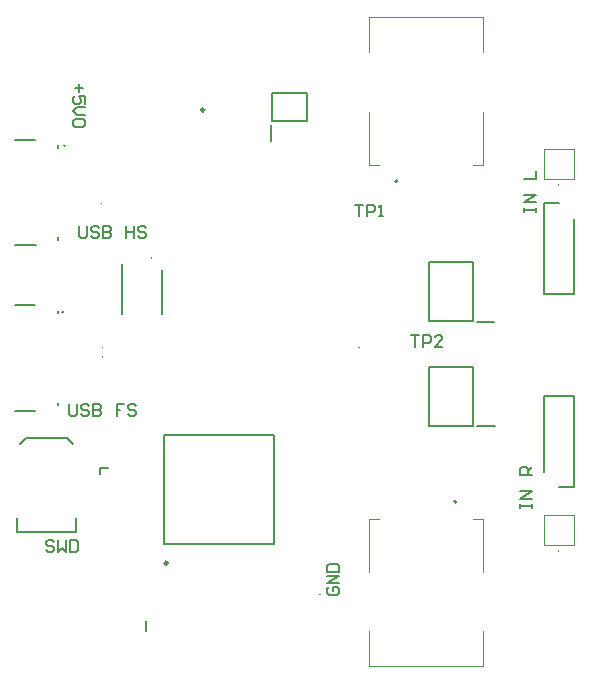
<source format=gbr>
%TF.GenerationSoftware,Altium Limited,Altium Designer,24.2.2 (26)*%
G04 Layer_Color=65535*
%FSLAX45Y45*%
%MOMM*%
%TF.SameCoordinates,9421A899-AC1A-4384-8821-8213F9677E77*%
%TF.FilePolarity,Positive*%
%TF.FileFunction,Legend,Top*%
%TF.Part,Single*%
G01*
G75*
%TA.AperFunction,NonConductor*%
%ADD65C,0.20000*%
%ADD66C,0.10000*%
%ADD67C,0.25000*%
%ADD68C,0.17500*%
%ADD69C,0.15300*%
D65*
X8489430Y6227147D02*
G03*
X8489430Y6227147I-5000J0D01*
G01*
X9625000Y7012500D02*
G03*
X9645000Y7012500I10000J0D01*
G01*
D02*
G03*
X9625000Y7012500I-10000J0D01*
G01*
X9127500Y9725000D02*
G03*
X9147500Y9725000I10000J0D01*
G01*
D02*
G03*
X9127500Y9725000I-10000J0D01*
G01*
X6330000Y10027500D02*
G03*
X6320000Y10027500I-5000J0D01*
G01*
D02*
G03*
X6330000Y10027500I5000J0D01*
G01*
D02*
G03*
X6320000Y10027500I-5000J0D01*
G01*
X6317500Y8615000D02*
G03*
X6307500Y8615000I-5000J0D01*
G01*
D02*
G03*
X6317500Y8615000I5000J0D01*
G01*
D02*
G03*
X6307500Y8615000I-5000J0D01*
G01*
X10511400Y6595479D02*
G03*
X10511400Y6595479I-5000J0D01*
G01*
Y9694500D02*
G03*
X10511400Y9694500I-5000J0D01*
G01*
X7063687Y9078439D02*
G03*
X7063687Y9078439I-3400J0D01*
G01*
X6817500Y8597500D02*
Y8673625D01*
X7155000Y8597500D02*
Y8977500D01*
X7172160Y6650600D02*
X8102161D01*
Y7580600D01*
X7172160D02*
X8102161D01*
X7172160Y6650600D02*
Y7580600D01*
X7017682Y5921079D02*
Y6000364D01*
X6269737Y10029454D02*
X6270237Y10009454D01*
X5909737Y10076455D02*
X6079937D01*
X5909737Y9182454D02*
X6082437D01*
X6270237Y9229454D02*
Y9249454D01*
X6270200Y7826954D02*
Y7846954D01*
X5909700Y7779954D02*
X6074900D01*
X5909700Y8673954D02*
X6077400D01*
X6269700Y8626954D02*
X6270200Y8606954D01*
X8078230Y10063064D02*
Y10203064D01*
X8083230Y10238064D02*
X8383230D01*
Y10468064D01*
X8083230D02*
X8383230D01*
X8083230Y10238064D02*
Y10468064D01*
X9415464Y7654523D02*
X9785463D01*
X9415464D02*
Y8154523D01*
X9785463D01*
Y7654523D02*
Y8154523D01*
X9820463Y7652024D02*
X9967963D01*
X10384400Y7265459D02*
Y7905459D01*
X10638400D01*
Y7133459D02*
Y7905459D01*
X10511400Y7133459D02*
X10638400D01*
X9413753Y8539523D02*
X9783753D01*
X9413753D02*
Y9039523D01*
X9783753D01*
Y8539523D02*
Y9039523D01*
X9818753Y8537024D02*
X9966253D01*
X10638399Y8767041D02*
Y9407041D01*
X10384399Y8767041D02*
X10638399D01*
X10384399D02*
Y9539041D01*
X10511399D01*
X6627394Y7245000D02*
Y7296043D01*
X6694802D01*
X6817500Y8673625D02*
Y9027500D01*
D66*
X8823970Y8314727D02*
G03*
X8813970Y8314727I-5000J0D01*
G01*
D02*
G03*
X8823970Y8314727I5000J0D01*
G01*
X6642500Y9615000D02*
G03*
X6642500Y9625000I0J5000D01*
G01*
D02*
G03*
X6642500Y9615000I0J-5000D01*
G01*
X6636328Y9546949D02*
G03*
X6636328Y9536949I0J-5000D01*
G01*
D02*
G03*
X6636328Y9546949I0J5000D01*
G01*
X6644972Y8317499D02*
G03*
X6644972Y8307500I0J-5000D01*
G01*
D02*
G03*
X6644972Y8317499I0J5000D01*
G01*
X6646328Y8232499D02*
G03*
X6646328Y8242499I0J5000D01*
G01*
D02*
G03*
X6646328Y8232499I0J-5000D01*
G01*
X8903100Y6419667D02*
Y6869667D01*
X8988100D01*
X9788100D02*
X9873100D01*
Y6419667D02*
Y6869667D01*
X8903100Y5619667D02*
Y5919667D01*
Y5619667D02*
X9873100D01*
Y5919667D01*
X9873064Y9865333D02*
Y10315333D01*
X9788064Y9865333D02*
X9873064D01*
X8903064D02*
X8988064D01*
X8903064D02*
Y10315333D01*
X9873064Y10815333D02*
Y11115333D01*
X8903064D02*
X9873064D01*
X8903064Y10815333D02*
Y11115333D01*
X10384400Y6897479D02*
X10638400D01*
Y6643479D02*
Y6897479D01*
X10384400Y6643479D02*
X10638400D01*
X10384400D02*
Y6897479D01*
Y9996500D02*
X10638400D01*
Y9742500D02*
Y9996500D01*
X10384400Y9742500D02*
X10638400D01*
X10384400D02*
Y9996500D01*
D67*
X7199660Y6493100D02*
G03*
X7199660Y6493100I-12500J0D01*
G01*
X7510000Y10330000D02*
G03*
X7510000Y10330000I-12500J0D01*
G01*
D68*
X5922854Y6751325D02*
Y6876325D01*
X6422854Y6751325D02*
Y6876325D01*
X5922854Y6751325D02*
X6422854D01*
X5947854Y7501325D02*
X5997854Y7551326D01*
X6347854D01*
X6397854Y7501325D01*
D69*
X8563893Y6286945D02*
X8547232Y6270284D01*
Y6236961D01*
X8563893Y6220300D01*
X8630538D01*
X8647200Y6236961D01*
Y6270284D01*
X8630538Y6286945D01*
X8597216D01*
Y6253622D01*
X8647200Y6320268D02*
X8547232D01*
X8647200Y6386913D01*
X8547232D01*
Y6420235D02*
X8647200D01*
Y6470219D01*
X8630538Y6486880D01*
X8563893D01*
X8547232Y6470219D01*
Y6420235D01*
X6239445Y6668606D02*
X6222784Y6685268D01*
X6189461D01*
X6172800Y6668606D01*
Y6651945D01*
X6189461Y6635284D01*
X6222784D01*
X6239445Y6618623D01*
Y6601961D01*
X6222784Y6585300D01*
X6189461D01*
X6172800Y6601961D01*
X6272768Y6685268D02*
Y6585300D01*
X6306090Y6618623D01*
X6339413Y6585300D01*
Y6685268D01*
X6372736D02*
Y6585300D01*
X6422719D01*
X6439381Y6601961D01*
Y6668606D01*
X6422719Y6685268D01*
X6372736D01*
X10187232Y6955300D02*
Y6988623D01*
Y6971962D01*
X10287200D01*
Y6955300D01*
Y6988623D01*
Y7038607D02*
X10187232D01*
X10287200Y7105252D01*
X10187232D01*
X10287200Y7238542D02*
X10187232D01*
Y7288526D01*
X10203893Y7305187D01*
X10237216D01*
X10253877Y7288526D01*
Y7238542D01*
Y7271865D02*
X10287200Y7305187D01*
X10217232Y9462800D02*
Y9496122D01*
Y9479461D01*
X10317200D01*
Y9462800D01*
Y9496122D01*
Y9546106D02*
X10217232D01*
X10317200Y9612751D01*
X10217232D01*
Y9746042D02*
X10317200D01*
Y9812687D01*
X9260300Y8425268D02*
X9326945D01*
X9293623D01*
Y8325300D01*
X9360268D02*
Y8425268D01*
X9410252D01*
X9426913Y8408606D01*
Y8375284D01*
X9410252Y8358622D01*
X9360268D01*
X9526881Y8325300D02*
X9460236D01*
X9526881Y8391945D01*
Y8408606D01*
X9510219Y8425268D01*
X9476897D01*
X9460236Y8408606D01*
X8787800Y9527768D02*
X8854445D01*
X8821123D01*
Y9427800D01*
X8887768D02*
Y9527768D01*
X8937752D01*
X8954413Y9511106D01*
Y9477784D01*
X8937752Y9461123D01*
X8887768D01*
X8987736Y9427800D02*
X9021058D01*
X9004397D01*
Y9527768D01*
X8987736Y9511106D01*
X6452784Y10549700D02*
Y10483055D01*
X6486106Y10516377D02*
X6419461D01*
X6502768Y10383087D02*
Y10449732D01*
X6452784D01*
X6469445Y10416410D01*
Y10399748D01*
X6452784Y10383087D01*
X6419461D01*
X6402800Y10399748D01*
Y10433071D01*
X6419461Y10449732D01*
X6502768Y10349764D02*
X6436123D01*
X6402800Y10316442D01*
X6436123Y10283119D01*
X6502768D01*
X6486106Y10249797D02*
X6502768Y10233135D01*
Y10199813D01*
X6486106Y10183152D01*
X6419461D01*
X6402800Y10199813D01*
Y10233135D01*
X6419461Y10249797D01*
X6486106D01*
X6367800Y7837768D02*
Y7754461D01*
X6384461Y7737800D01*
X6417784D01*
X6434445Y7754461D01*
Y7837768D01*
X6534413Y7821106D02*
X6517752Y7837768D01*
X6484429D01*
X6467768Y7821106D01*
Y7804445D01*
X6484429Y7787784D01*
X6517752D01*
X6534413Y7771122D01*
Y7754461D01*
X6517752Y7737800D01*
X6484429D01*
X6467768Y7754461D01*
X6567736Y7837768D02*
Y7737800D01*
X6617720D01*
X6634381Y7754461D01*
Y7771122D01*
X6617720Y7787784D01*
X6567736D01*
X6617720D01*
X6634381Y7804445D01*
Y7821106D01*
X6617720Y7837768D01*
X6567736D01*
X6834316D02*
X6767671D01*
Y7787784D01*
X6800994D01*
X6767671D01*
Y7737800D01*
X6934284Y7821106D02*
X6917623Y7837768D01*
X6884300D01*
X6867639Y7821106D01*
Y7804445D01*
X6884300Y7787784D01*
X6917623D01*
X6934284Y7771122D01*
Y7754461D01*
X6917623Y7737800D01*
X6884300D01*
X6867639Y7754461D01*
X6450300Y9347768D02*
Y9264461D01*
X6466961Y9247800D01*
X6500284D01*
X6516945Y9264461D01*
Y9347768D01*
X6616913Y9331106D02*
X6600252Y9347768D01*
X6566929D01*
X6550268Y9331106D01*
Y9314445D01*
X6566929Y9297784D01*
X6600252D01*
X6616913Y9281122D01*
Y9264461D01*
X6600252Y9247800D01*
X6566929D01*
X6550268Y9264461D01*
X6650236Y9347768D02*
Y9247800D01*
X6700220D01*
X6716881Y9264461D01*
Y9281122D01*
X6700220Y9297784D01*
X6650236D01*
X6700220D01*
X6716881Y9314445D01*
Y9331106D01*
X6700220Y9347768D01*
X6650236D01*
X6850171D02*
Y9247800D01*
Y9297784D01*
X6916816D01*
Y9347768D01*
Y9247800D01*
X7016784Y9331106D02*
X7000123Y9347768D01*
X6966800D01*
X6950139Y9331106D01*
Y9314445D01*
X6966800Y9297784D01*
X7000123D01*
X7016784Y9281122D01*
Y9264461D01*
X7000123Y9247800D01*
X6966800D01*
X6950139Y9264461D01*
%TF.MD5,3592556a07e6713f7fba70b9eb5d7fb3*%
M02*

</source>
